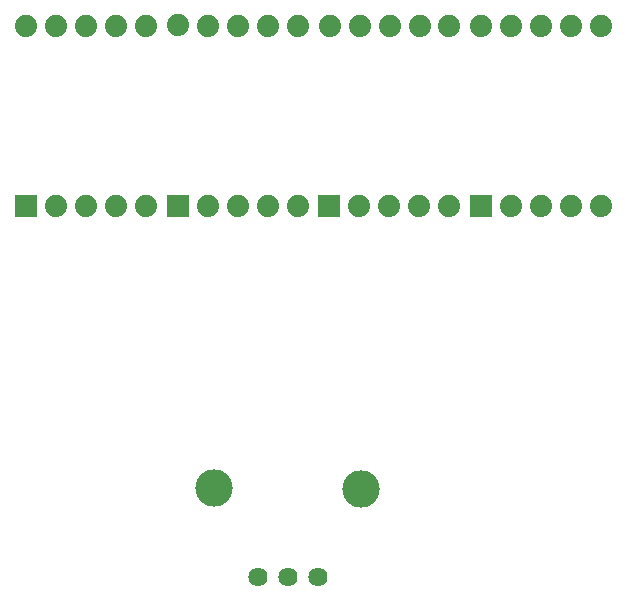
<source format=gtl>
G04 MADE WITH FRITZING*
G04 WWW.FRITZING.ORG*
G04 DOUBLE SIDED*
G04 HOLES PLATED*
G04 CONTOUR ON CENTER OF CONTOUR VECTOR*
%ASAXBY*%
%FSLAX23Y23*%
%MOIN*%
%OFA0B0*%
%SFA1.0B1.0*%
%ADD10C,0.074000*%
%ADD11C,0.064000*%
%ADD12C,0.124278*%
%ADD13C,0.124305*%
%ADD14R,0.074000X0.074000*%
%LNCOPPER1*%
G90*
G70*
G54D10*
X190Y1433D03*
X290Y1433D03*
X390Y1433D03*
X490Y1433D03*
X589Y1433D03*
X291Y2033D03*
X391Y2033D03*
X491Y2033D03*
X590Y2033D03*
X191Y2033D03*
X697Y1434D03*
X797Y1434D03*
X897Y1434D03*
X997Y1434D03*
X1096Y1434D03*
X798Y2034D03*
X898Y2034D03*
X998Y2034D03*
X1097Y2034D03*
X698Y2035D03*
X1201Y1433D03*
X1301Y1433D03*
X1401Y1433D03*
X1501Y1433D03*
X1600Y1433D03*
X1302Y2033D03*
X1402Y2033D03*
X1502Y2033D03*
X1601Y2033D03*
X1202Y2033D03*
X1707Y1434D03*
X1806Y1434D03*
X1907Y1434D03*
X2007Y1434D03*
X2105Y1434D03*
X1808Y2034D03*
X1908Y2034D03*
X2008Y2034D03*
X2107Y2034D03*
X1708Y2034D03*
G54D11*
X1162Y196D03*
X1062Y196D03*
X962Y196D03*
G54D12*
X1306Y491D03*
G54D13*
X816Y493D03*
G54D14*
X190Y1433D03*
X697Y1434D03*
X1201Y1433D03*
X1706Y1434D03*
G04 End of Copper1*
M02*
</source>
